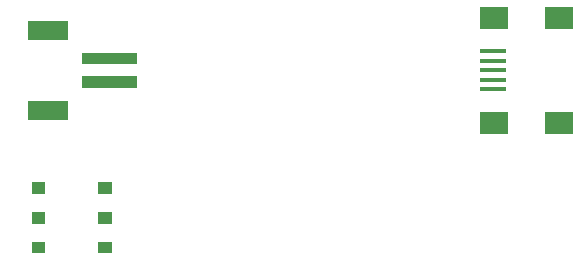
<source format=gbr>
G04 DipTrace 2.4.0.2*
%INBottomPaste.gbr*%
%MOIN*%
%ADD49R,0.0945X0.0748*%
%ADD51R,0.0866X0.0157*%
%FSLAX44Y44*%
G04*
G70*
G90*
G75*
G01*
%LNBotPaste*%
%LPD*%
D51*
X16201Y30157D3*
Y29843D3*
Y29528D3*
Y29213D3*
Y28898D3*
D49*
X16240Y31280D3*
Y27776D3*
X18406Y31280D3*
Y27776D3*
G36*
X2520Y28937D2*
Y29331D1*
X4331D1*
Y28937D1*
X2520D1*
G37*
G36*
Y29724D2*
Y30118D1*
X4331D1*
Y29724D1*
X2520D1*
G37*
G36*
X709Y31181D2*
X2047D1*
Y30551D1*
X709D1*
Y31181D1*
G37*
G36*
Y28504D2*
X2047D1*
Y27874D1*
X709D1*
Y28504D1*
G37*
G36*
X3504Y23819D2*
Y23425D1*
X3051D1*
Y23819D1*
X3504D1*
G37*
G36*
Y24803D2*
Y24409D1*
X3051D1*
Y24803D1*
X3504D1*
G37*
G36*
Y25787D2*
Y25394D1*
X3051D1*
Y25787D1*
X3504D1*
G37*
G36*
X1280Y23819D2*
Y23425D1*
X827D1*
Y23819D1*
X1280D1*
G37*
G36*
Y24803D2*
Y24409D1*
X827D1*
Y24803D1*
X1280D1*
G37*
G36*
Y25787D2*
Y25394D1*
X827D1*
Y25787D1*
X1280D1*
G37*
M02*

</source>
